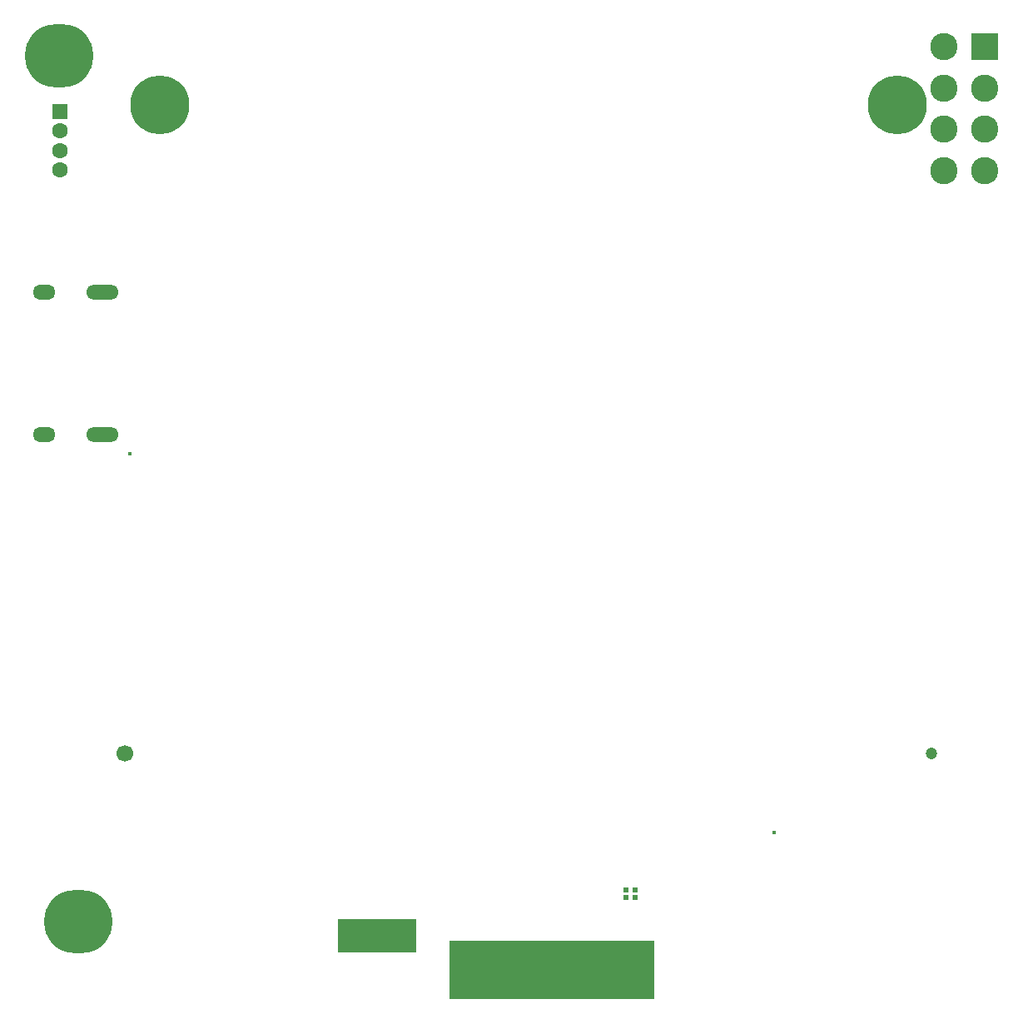
<source format=gbs>
G04*
G04 #@! TF.GenerationSoftware,Altium Limited,Altium Designer,21.5.1 (32)*
G04*
G04 Layer_Color=16711935*
%FSLAX25Y25*%
%MOIN*%
G70*
G04*
G04 #@! TF.SameCoordinates,D26129CB-67A6-4236-8345-823BA6B4C65A*
G04*
G04*
G04 #@! TF.FilePolarity,Negative*
G04*
G01*
G75*
%ADD16R,0.81890X0.23524*%
%ADD17R,0.31496X0.13583*%
%ADD22R,0.02047X0.02205*%
%ADD36R,0.02756X0.16535*%
%ADD37R,0.02756X0.12598*%
%ADD40C,0.04724*%
%ADD41C,0.06693*%
%ADD42R,0.06299X0.06299*%
%ADD43C,0.06299*%
%ADD44O,0.09055X0.05906*%
%ADD45O,0.12992X0.05906*%
%ADD46C,0.10925*%
%ADD47R,0.10925X0.10925*%
%ADD48O,0.27559X0.25197*%
%ADD49C,0.23622*%
%ADD50C,0.01772*%
D16*
X217126Y10778D02*
D03*
D17*
X147047Y24508D02*
D03*
D22*
X250591Y42874D02*
D03*
Y39803D02*
D03*
X246654Y42874D02*
D03*
Y39803D02*
D03*
D36*
X191535Y13780D02*
D03*
X203346D02*
D03*
X246654D02*
D03*
X234842D02*
D03*
X254528D02*
D03*
X250590D02*
D03*
X211221D02*
D03*
X183661D02*
D03*
X219094D02*
D03*
X207283D02*
D03*
X230906D02*
D03*
X242717D02*
D03*
X199409D02*
D03*
X215158D02*
D03*
X187598D02*
D03*
X195472D02*
D03*
X238779D02*
D03*
D37*
X179724Y15748D02*
D03*
D40*
X369094Y97441D02*
D03*
D41*
X46260D02*
D03*
D42*
X20079Y354724D02*
D03*
D43*
Y346850D02*
D03*
Y338976D02*
D03*
Y331102D02*
D03*
D44*
X13839Y282299D02*
D03*
Y225213D02*
D03*
D45*
X37303Y282299D02*
D03*
Y225213D02*
D03*
D46*
X374096Y380497D02*
D03*
Y363961D02*
D03*
X390631D02*
D03*
Y347426D02*
D03*
Y330890D02*
D03*
X374096Y347426D02*
D03*
Y330890D02*
D03*
D47*
X390631Y380497D02*
D03*
D48*
X19685Y376969D02*
D03*
X27559Y30311D02*
D03*
D49*
X355315Y357283D02*
D03*
X60039D02*
D03*
D50*
X48228Y217520D02*
D03*
X306102Y65945D02*
D03*
M02*

</source>
